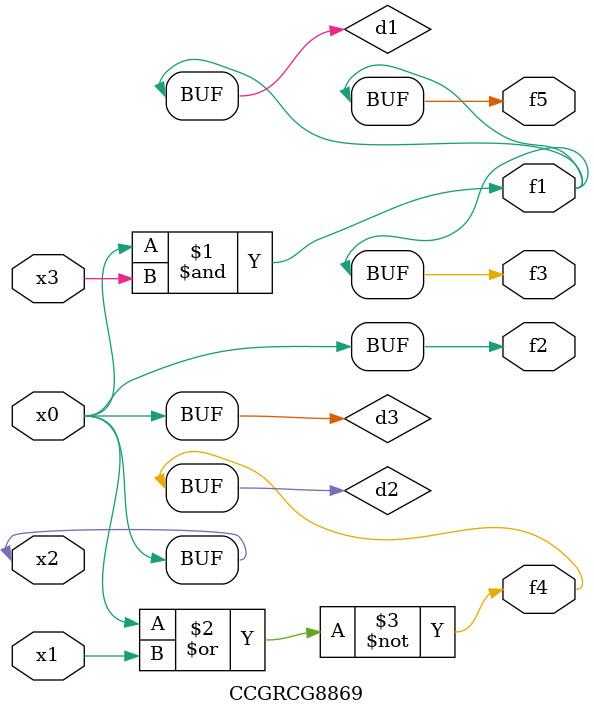
<source format=v>
module CCGRCG8869(
	input x0, x1, x2, x3,
	output f1, f2, f3, f4, f5
);

	wire d1, d2, d3;

	and (d1, x2, x3);
	nor (d2, x0, x1);
	buf (d3, x0, x2);
	assign f1 = d1;
	assign f2 = d3;
	assign f3 = d1;
	assign f4 = d2;
	assign f5 = d1;
endmodule

</source>
